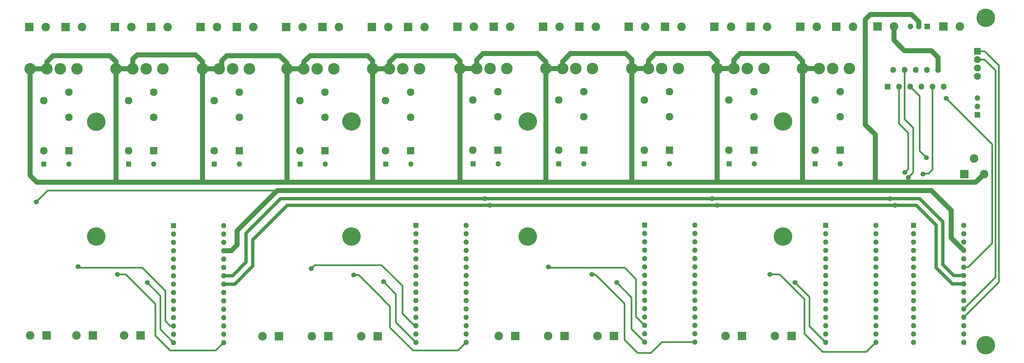
<source format=gbr>
%TF.GenerationSoftware,KiCad,Pcbnew,(6.0.4)*%
%TF.CreationDate,2023-03-07T14:55:24-05:00*%
%TF.ProjectId,Pyrolysis,5079726f-6c79-4736-9973-2e6b69636164,rev?*%
%TF.SameCoordinates,Original*%
%TF.FileFunction,Copper,L1,Top*%
%TF.FilePolarity,Positive*%
%FSLAX46Y46*%
G04 Gerber Fmt 4.6, Leading zero omitted, Abs format (unit mm)*
G04 Created by KiCad (PCBNEW (6.0.4)) date 2023-03-07 14:55:24*
%MOMM*%
%LPD*%
G01*
G04 APERTURE LIST*
%TA.AperFunction,ComponentPad*%
%ADD10R,2.600000X2.600000*%
%TD*%
%TA.AperFunction,ComponentPad*%
%ADD11C,2.600000*%
%TD*%
%TA.AperFunction,ComponentPad*%
%ADD12C,3.500000*%
%TD*%
%TA.AperFunction,ComponentPad*%
%ADD13C,5.600000*%
%TD*%
%TA.AperFunction,ComponentPad*%
%ADD14R,1.600000X1.600000*%
%TD*%
%TA.AperFunction,ComponentPad*%
%ADD15O,1.600000X1.600000*%
%TD*%
%TA.AperFunction,ComponentPad*%
%ADD16R,1.700000X1.700000*%
%TD*%
%TA.AperFunction,ComponentPad*%
%ADD17O,1.700000X1.700000*%
%TD*%
%TA.AperFunction,ComponentPad*%
%ADD18R,2.300000X2.300000*%
%TD*%
%TA.AperFunction,ComponentPad*%
%ADD19C,2.300000*%
%TD*%
%TA.AperFunction,ComponentPad*%
%ADD20R,2.100000X2.100000*%
%TD*%
%TA.AperFunction,ComponentPad*%
%ADD21C,2.100000*%
%TD*%
%TA.AperFunction,ComponentPad*%
%ADD22R,1.800000X1.800000*%
%TD*%
%TA.AperFunction,ComponentPad*%
%ADD23O,1.800000X1.800000*%
%TD*%
%TA.AperFunction,ViaPad*%
%ADD24C,1.500000*%
%TD*%
%TA.AperFunction,Conductor*%
%ADD25C,0.500000*%
%TD*%
%TA.AperFunction,Conductor*%
%ADD26C,1.500000*%
%TD*%
%TA.AperFunction,Conductor*%
%ADD27C,1.000000*%
%TD*%
G04 APERTURE END LIST*
D10*
%TO.P,J29,1*%
%TO.N,Net-(FB16-Pad2)*%
X364200000Y-277727500D03*
D11*
%TO.P,J29,2*%
%TO.N,Net-(FB15-Pad2)*%
X359200000Y-277727500D03*
%TD*%
D12*
%TO.P,F7,1*%
%TO.N,Net-(D7-Pad1)*%
X361700000Y-196405000D03*
X356620000Y-196405000D03*
%TO.P,F7,2*%
%TO.N,+12V*%
X352560000Y-196405000D03*
X347480000Y-196405000D03*
%TD*%
D13*
%TO.P,,1*%
%TO.N,N/C*%
X445500000Y-212500000D03*
%TD*%
%TO.P,,1*%
%TO.N,N/C*%
X368000000Y-212500000D03*
%TD*%
D10*
%TO.P,J47,1*%
%TO.N,Net-(J47-Pad1)*%
X424700000Y-183710000D03*
D11*
%TO.P,J47,2*%
%TO.N,Net-(J47-Pad2)*%
X429700000Y-183710000D03*
%TD*%
D10*
%TO.P,J28,1*%
%TO.N,Net-(J28-Pad1)*%
X305700000Y-183805000D03*
D11*
%TO.P,J28,2*%
%TO.N,GND*%
X310700000Y-183805000D03*
%TD*%
D14*
%TO.P,A5,1,D1/TX*%
%TO.N,unconnected-(A5-Pad1)*%
X403500000Y-244000000D03*
D15*
%TO.P,A5,2,D0/RX*%
%TO.N,unconnected-(A5-Pad2)*%
X403500000Y-246540000D03*
%TO.P,A5,3,~{RESET}*%
%TO.N,unconnected-(A5-Pad3)*%
X403500000Y-249080000D03*
%TO.P,A5,4,GND*%
%TO.N,GND*%
X403500000Y-251620000D03*
%TO.P,A5,5,D2*%
%TO.N,unconnected-(A5-Pad5)*%
X403500000Y-254160000D03*
%TO.P,A5,6,D3*%
%TO.N,unconnected-(A5-Pad6)*%
X403500000Y-256700000D03*
%TO.P,A5,7,D4*%
%TO.N,unconnected-(A5-Pad7)*%
X403500000Y-259240000D03*
%TO.P,A5,8,D5*%
%TO.N,/PWM7*%
X403500000Y-261780000D03*
%TO.P,A5,9,D6*%
%TO.N,/PWM8*%
X403500000Y-264320000D03*
%TO.P,A5,10,D7*%
%TO.N,/PWM9*%
X403500000Y-266860000D03*
%TO.P,A5,11,D8*%
%TO.N,unconnected-(A5-Pad11)*%
X403500000Y-269400000D03*
%TO.P,A5,12,D9*%
%TO.N,/SS7*%
X403500000Y-271940000D03*
%TO.P,A5,13,D10*%
%TO.N,/SS8*%
X403500000Y-274480000D03*
%TO.P,A5,14,D11*%
%TO.N,/SS9*%
X403500000Y-277020000D03*
%TO.P,A5,15,D12*%
%TO.N,/DATA3*%
X403500000Y-279560000D03*
%TO.P,A5,16,D13*%
%TO.N,/CLK3*%
X418740000Y-279560000D03*
%TO.P,A5,17,3V3*%
%TO.N,unconnected-(A5-Pad17)*%
X418740000Y-277020000D03*
%TO.P,A5,18,AREF*%
%TO.N,unconnected-(A5-Pad18)*%
X418740000Y-274480000D03*
%TO.P,A5,19,A0*%
%TO.N,unconnected-(A5-Pad19)*%
X418740000Y-271940000D03*
%TO.P,A5,20,A1*%
%TO.N,unconnected-(A5-Pad20)*%
X418740000Y-269400000D03*
%TO.P,A5,21,A2*%
%TO.N,unconnected-(A5-Pad21)*%
X418740000Y-266860000D03*
%TO.P,A5,22,A3*%
%TO.N,unconnected-(A5-Pad22)*%
X418740000Y-264320000D03*
%TO.P,A5,23,A4*%
%TO.N,/I2C_DAT*%
X418740000Y-261780000D03*
%TO.P,A5,24,A5*%
%TO.N,/I2C_CLK*%
X418740000Y-259240000D03*
%TO.P,A5,25,A6*%
%TO.N,unconnected-(A5-Pad25)*%
X418740000Y-256700000D03*
%TO.P,A5,26,A7*%
%TO.N,unconnected-(A5-Pad26)*%
X418740000Y-254160000D03*
%TO.P,A5,27,+5V*%
%TO.N,+5V*%
X418740000Y-251620000D03*
%TO.P,A5,28,~{RESET}*%
%TO.N,unconnected-(A5-Pad28)*%
X418740000Y-249080000D03*
%TO.P,A5,29,GND*%
%TO.N,GND*%
X418740000Y-246540000D03*
%TO.P,A5,30,VIN*%
%TO.N,+12V*%
X418740000Y-244000000D03*
%TD*%
D10*
%TO.P,J26,1*%
%TO.N,GND*%
X500500000Y-228500000D03*
D11*
%TO.P,J26,2*%
%TO.N,+12V*%
X506500000Y-228500000D03*
%TO.P,J26,3*%
%TO.N,N/C*%
X503500000Y-223800000D03*
%TD*%
D10*
%TO.P,J33,1*%
%TO.N,Net-(J33-Pad1)*%
X331700000Y-183805000D03*
D11*
%TO.P,J33,2*%
%TO.N,GND*%
X336700000Y-183805000D03*
%TD*%
D10*
%TO.P,J4,1*%
%TO.N,Net-(J4-Pad1)*%
X450700000Y-183710000D03*
D11*
%TO.P,J4,2*%
%TO.N,Net-(J4-Pad2)*%
X455700000Y-183710000D03*
%TD*%
D14*
%TO.P,D8,1,K*%
%TO.N,Net-(D8-Pad1)*%
X377390000Y-225405000D03*
D15*
%TO.P,D8,2,A*%
%TO.N,Net-(D8-Pad2)*%
X385010000Y-225405000D03*
%TD*%
D13*
%TO.P,H4,1*%
%TO.N,N/C*%
X507000000Y-181000000D03*
%TD*%
D10*
%TO.P,J41,1*%
%TO.N,Net-(FB18-Pad2)*%
X379200000Y-277727500D03*
D11*
%TO.P,J41,2*%
%TO.N,Net-(FB17-Pad2)*%
X374200000Y-277727500D03*
%TD*%
D10*
%TO.P,J7,1*%
%TO.N,Net-(J7-Pad1)*%
X461700000Y-183710000D03*
D11*
%TO.P,J7,2*%
%TO.N,GND*%
X466700000Y-183710000D03*
%TD*%
D14*
%TO.P,A3,1,D1/TX*%
%TO.N,unconnected-(A3-Pad1)*%
X485090000Y-244105000D03*
D15*
%TO.P,A3,2,D0/RX*%
%TO.N,unconnected-(A3-Pad2)*%
X485090000Y-246645000D03*
%TO.P,A3,3,~{RESET}*%
%TO.N,unconnected-(A3-Pad3)*%
X485090000Y-249185000D03*
%TO.P,A3,4,GND*%
%TO.N,GND*%
X485090000Y-251725000D03*
%TO.P,A3,5,D2*%
%TO.N,unconnected-(A3-Pad5)*%
X485090000Y-254265000D03*
%TO.P,A3,6,D3*%
%TO.N,unconnected-(A3-Pad6)*%
X485090000Y-256805000D03*
%TO.P,A3,7,D4*%
%TO.N,unconnected-(A3-Pad7)*%
X485090000Y-259345000D03*
%TO.P,A3,8,D5*%
%TO.N,/THRM1*%
X485090000Y-261885000D03*
%TO.P,A3,9,D6*%
%TO.N,/BR1*%
X485090000Y-264425000D03*
%TO.P,A3,10,D7*%
%TO.N,/DIR1*%
X485090000Y-266965000D03*
%TO.P,A3,11,D8*%
%TO.N,unconnected-(A3-Pad11)*%
X485090000Y-269505000D03*
%TO.P,A3,12,D9*%
%TO.N,/MC1*%
X485090000Y-272045000D03*
%TO.P,A3,13,D10*%
%TO.N,unconnected-(A3-Pad13)*%
X485090000Y-274585000D03*
%TO.P,A3,14,D11*%
%TO.N,unconnected-(A3-Pad14)*%
X485090000Y-277125000D03*
%TO.P,A3,15,D12*%
%TO.N,unconnected-(A3-Pad15)*%
X485090000Y-279665000D03*
%TO.P,A3,16,D13*%
%TO.N,unconnected-(A3-Pad16)*%
X500330000Y-279665000D03*
%TO.P,A3,17,3V3*%
%TO.N,/3V3*%
X500330000Y-277125000D03*
%TO.P,A3,18,AREF*%
%TO.N,unconnected-(A3-Pad18)*%
X500330000Y-274585000D03*
%TO.P,A3,19,A0*%
%TO.N,/A1*%
X500330000Y-272045000D03*
%TO.P,A3,20,A1*%
%TO.N,/B1*%
X500330000Y-269505000D03*
%TO.P,A3,21,A2*%
%TO.N,unconnected-(A3-Pad21)*%
X500330000Y-266965000D03*
%TO.P,A3,22,A3*%
%TO.N,unconnected-(A3-Pad22)*%
X500330000Y-264425000D03*
%TO.P,A3,23,A4*%
%TO.N,/I2C_DAT*%
X500330000Y-261885000D03*
%TO.P,A3,24,A5*%
%TO.N,/I2C_CLK*%
X500330000Y-259345000D03*
%TO.P,A3,25,A6*%
%TO.N,/CSEN1*%
X500330000Y-256805000D03*
%TO.P,A3,26,A7*%
%TO.N,unconnected-(A3-Pad26)*%
X500330000Y-254265000D03*
%TO.P,A3,27,+5V*%
%TO.N,+5V*%
X500330000Y-251725000D03*
%TO.P,A3,28,~{RESET}*%
%TO.N,unconnected-(A3-Pad28)*%
X500330000Y-249185000D03*
%TO.P,A3,29,GND*%
%TO.N,GND*%
X500330000Y-246645000D03*
%TO.P,A3,30,VIN*%
%TO.N,+12V*%
X500330000Y-244105000D03*
%TD*%
D10*
%TO.P,J34,1*%
%TO.N,Net-(FB14-Pad2)*%
X322468315Y-277766676D03*
D11*
%TO.P,J34,2*%
%TO.N,Net-(FB13-Pad2)*%
X317468315Y-277766676D03*
%TD*%
D16*
%TO.P,J8,1,Pin_1*%
%TO.N,/CUST1*%
X489240000Y-183660000D03*
D17*
%TO.P,J8,2,Pin_2*%
%TO.N,+12V*%
X486700000Y-183660000D03*
%TO.P,J8,3,Pin_3*%
%TO.N,Net-(C5-Pad1)*%
X484160000Y-183660000D03*
%TD*%
D14*
%TO.P,D4,1,K*%
%TO.N,Net-(D4-Pad1)*%
X272890000Y-225500000D03*
D15*
%TO.P,D4,2,A*%
%TO.N,Net-(D4-Pad2)*%
X280510000Y-225500000D03*
%TD*%
D10*
%TO.P,J6,1*%
%TO.N,Net-(J6-Pad1)*%
X227700000Y-183805000D03*
D11*
%TO.P,J6,2*%
%TO.N,GND*%
X232700000Y-183805000D03*
%TD*%
D13*
%TO.P,,1*%
%TO.N,N/C*%
X445500000Y-247500000D03*
%TD*%
%TO.P,H3,1*%
%TO.N,N/C*%
X237000000Y-247500000D03*
%TD*%
D10*
%TO.P,J45,1*%
%TO.N,Net-(FB20-Pad2)*%
X394200000Y-277727500D03*
D11*
%TO.P,J45,2*%
%TO.N,Net-(FB19-Pad2)*%
X389200000Y-277727500D03*
%TD*%
D18*
%TO.P,K9,1*%
%TO.N,Net-(D9-Pad2)*%
X411000000Y-221280000D03*
D19*
%TO.P,K9,2*%
%TO.N,Net-(J44-Pad1)*%
X411000000Y-211120000D03*
%TO.P,K9,3*%
%TO.N,Net-(J43-Pad2)*%
X411000000Y-203500000D03*
%TO.P,K9,4*%
%TO.N,Net-(J43-Pad1)*%
X403380000Y-206040000D03*
%TO.P,K9,5*%
%TO.N,Net-(D9-Pad1)*%
X403380000Y-221280000D03*
%TD*%
D16*
%TO.P,J13,1,Pin_1*%
%TO.N,/I2C_DAT*%
X504500000Y-210525000D03*
D17*
%TO.P,J13,2,Pin_2*%
%TO.N,/I2C_CLK*%
X504500000Y-207985000D03*
%TO.P,J13,3,Pin_3*%
%TO.N,GND*%
X504500000Y-205445000D03*
%TD*%
D14*
%TO.P,A4,1,D1/TX*%
%TO.N,unconnected-(A4-Pad1)*%
X334108315Y-244105000D03*
D15*
%TO.P,A4,2,D0/RX*%
%TO.N,unconnected-(A4-Pad2)*%
X334108315Y-246645000D03*
%TO.P,A4,3,~{RESET}*%
%TO.N,unconnected-(A4-Pad3)*%
X334108315Y-249185000D03*
%TO.P,A4,4,GND*%
%TO.N,GND*%
X334108315Y-251725000D03*
%TO.P,A4,5,D2*%
%TO.N,unconnected-(A4-Pad5)*%
X334108315Y-254265000D03*
%TO.P,A4,6,D3*%
%TO.N,unconnected-(A4-Pad6)*%
X334108315Y-256805000D03*
%TO.P,A4,7,D4*%
%TO.N,unconnected-(A4-Pad7)*%
X334108315Y-259345000D03*
%TO.P,A4,8,D5*%
%TO.N,/PWM4*%
X334108315Y-261885000D03*
%TO.P,A4,9,D6*%
%TO.N,/PWM5*%
X334108315Y-264425000D03*
%TO.P,A4,10,D7*%
%TO.N,/PWM6*%
X334108315Y-266965000D03*
%TO.P,A4,11,D8*%
%TO.N,unconnected-(A4-Pad11)*%
X334108315Y-269505000D03*
%TO.P,A4,12,D9*%
%TO.N,/SS4*%
X334108315Y-272045000D03*
%TO.P,A4,13,D10*%
%TO.N,/SS5*%
X334108315Y-274585000D03*
%TO.P,A4,14,D11*%
%TO.N,/SS6*%
X334108315Y-277125000D03*
%TO.P,A4,15,D12*%
%TO.N,/DATA2*%
X334108315Y-279665000D03*
%TO.P,A4,16,D13*%
%TO.N,/CLK2*%
X349348315Y-279665000D03*
%TO.P,A4,17,3V3*%
%TO.N,unconnected-(A4-Pad17)*%
X349348315Y-277125000D03*
%TO.P,A4,18,AREF*%
%TO.N,unconnected-(A4-Pad18)*%
X349348315Y-274585000D03*
%TO.P,A4,19,A0*%
%TO.N,unconnected-(A4-Pad19)*%
X349348315Y-272045000D03*
%TO.P,A4,20,A1*%
%TO.N,unconnected-(A4-Pad20)*%
X349348315Y-269505000D03*
%TO.P,A4,21,A2*%
%TO.N,unconnected-(A4-Pad21)*%
X349348315Y-266965000D03*
%TO.P,A4,22,A3*%
%TO.N,unconnected-(A4-Pad22)*%
X349348315Y-264425000D03*
%TO.P,A4,23,A4*%
%TO.N,/I2C_DAT*%
X349348315Y-261885000D03*
%TO.P,A4,24,A5*%
%TO.N,/I2C_CLK*%
X349348315Y-259345000D03*
%TO.P,A4,25,A6*%
%TO.N,unconnected-(A4-Pad25)*%
X349348315Y-256805000D03*
%TO.P,A4,26,A7*%
%TO.N,unconnected-(A4-Pad26)*%
X349348315Y-254265000D03*
%TO.P,A4,27,+5V*%
%TO.N,+5V*%
X349348315Y-251725000D03*
%TO.P,A4,28,~{RESET}*%
%TO.N,unconnected-(A4-Pad28)*%
X349348315Y-249185000D03*
%TO.P,A4,29,GND*%
%TO.N,GND*%
X349348315Y-246645000D03*
%TO.P,A4,30,VIN*%
%TO.N,+12V*%
X349348315Y-244105000D03*
%TD*%
D10*
%TO.P,J48,1*%
%TO.N,Net-(J48-Pad1)*%
X435700000Y-183710000D03*
D11*
%TO.P,J48,2*%
%TO.N,GND*%
X440700000Y-183710000D03*
%TD*%
D20*
%TO.P,J10,1,Pin_1*%
%TO.N,/A1*%
X504500000Y-191185000D03*
D21*
%TO.P,J10,2,Pin_2*%
%TO.N,/B1*%
X504500000Y-193725000D03*
%TO.P,J10,3,Pin_3*%
%TO.N,+5V*%
X504500000Y-196265000D03*
%TO.P,J10,4,Pin_4*%
%TO.N,GND*%
X504500000Y-198805000D03*
%TD*%
D18*
%TO.P,K2,1*%
%TO.N,Net-(D2-Pad2)*%
X462825000Y-221280000D03*
D19*
%TO.P,K2,2*%
%TO.N,Net-(J7-Pad1)*%
X462825000Y-211120000D03*
%TO.P,K2,3*%
%TO.N,Net-(J4-Pad2)*%
X462825000Y-203500000D03*
%TO.P,K2,4*%
%TO.N,Net-(J4-Pad1)*%
X455205000Y-206040000D03*
%TO.P,K2,5*%
%TO.N,Net-(D2-Pad1)*%
X455205000Y-221280000D03*
%TD*%
D14*
%TO.P,D9,1,K*%
%TO.N,Net-(D9-Pad1)*%
X403390000Y-225405000D03*
D15*
%TO.P,D9,2,A*%
%TO.N,Net-(D9-Pad2)*%
X411010000Y-225405000D03*
%TD*%
D12*
%TO.P,F6,1*%
%TO.N,Net-(D6-Pad1)*%
X335200000Y-196500000D03*
X330120000Y-196500000D03*
%TO.P,F6,2*%
%TO.N,+12V*%
X320980000Y-196500000D03*
X326060000Y-196500000D03*
%TD*%
D10*
%TO.P,J37,1*%
%TO.N,Net-(J37-Pad1)*%
X357700000Y-183710000D03*
D11*
%TO.P,J37,2*%
%TO.N,GND*%
X362700000Y-183710000D03*
%TD*%
D14*
%TO.P,D10,1,K*%
%TO.N,Net-(D10-Pad1)*%
X429140000Y-225405000D03*
D15*
%TO.P,D10,2,A*%
%TO.N,Net-(D10-Pad2)*%
X436760000Y-225405000D03*
%TD*%
D10*
%TO.P,J17,1*%
%TO.N,Net-(FB8-Pad2)*%
X250500000Y-277572500D03*
D11*
%TO.P,J17,2*%
%TO.N,Net-(FB7-Pad2)*%
X245500000Y-277572500D03*
%TD*%
D13*
%TO.P,,1*%
%TO.N,N/C*%
X314500000Y-212500000D03*
%TD*%
D22*
%TO.P,U24,1,BOOTSTRAP1*%
%TO.N,Net-(C6-Pad2)*%
X477270000Y-201915000D03*
D23*
%TO.P,U24,2,OUTPUT1*%
%TO.N,Net-(C6-Pad1)*%
X478970000Y-196835000D03*
%TO.P,U24,3,DIRECTION*%
%TO.N,/DIR1*%
X480670000Y-201915000D03*
%TO.P,U24,4,BRAKE*%
%TO.N,/BR1*%
X482370000Y-196835000D03*
%TO.P,U24,5,PWM*%
%TO.N,/MC1*%
X484070000Y-201915000D03*
%TO.P,U24,6,VS*%
%TO.N,Net-(C5-Pad1)*%
X485770000Y-196835000D03*
%TO.P,U24,7,GND*%
%TO.N,GND*%
X487470000Y-201915000D03*
%TO.P,U24,8,CURRENT_SENSE_OUTPUT*%
%TO.N,/CSEN1*%
X489170000Y-196835000D03*
%TO.P,U24,9,~{THERMAL_FLAG_OUTPUT}*%
%TO.N,/THRM1*%
X490870000Y-201915000D03*
%TO.P,U24,10,OUTPUT2*%
%TO.N,Net-(C7-Pad2)*%
X492570000Y-196835000D03*
%TO.P,U24,11,BOOTSTRAP2*%
%TO.N,Net-(C7-Pad1)*%
X494270000Y-201915000D03*
%TD*%
D10*
%TO.P,J22,1*%
%TO.N,Net-(J22-Pad1)*%
X279700000Y-183805000D03*
D11*
%TO.P,J22,2*%
%TO.N,GND*%
X284700000Y-183805000D03*
%TD*%
D13*
%TO.P,,1*%
%TO.N,N/C*%
X507000000Y-280500000D03*
%TD*%
D10*
%TO.P,J39,1*%
%TO.N,Net-(J39-Pad1)*%
X372700000Y-183710000D03*
D11*
%TO.P,J39,2*%
%TO.N,Net-(J39-Pad2)*%
X377700000Y-183710000D03*
%TD*%
D10*
%TO.P,J1,1*%
%TO.N,Net-(FB2-Pad2)*%
X222000000Y-277572500D03*
D11*
%TO.P,J1,2*%
%TO.N,Net-(FB1-Pad2)*%
X217000000Y-277572500D03*
%TD*%
D14*
%TO.P,D6,1,K*%
%TO.N,Net-(D6-Pad1)*%
X324890000Y-225500000D03*
D15*
%TO.P,D6,2,A*%
%TO.N,Net-(D6-Pad2)*%
X332510000Y-225500000D03*
%TD*%
D14*
%TO.P,D2,1,K*%
%TO.N,Net-(D2-Pad1)*%
X455190000Y-225405000D03*
D15*
%TO.P,D2,2,A*%
%TO.N,Net-(D2-Pad2)*%
X462810000Y-225405000D03*
%TD*%
D18*
%TO.P,K1,1*%
%TO.N,Net-(D1-Pad2)*%
X228750000Y-221375000D03*
D19*
%TO.P,K1,2*%
%TO.N,Net-(J6-Pad1)*%
X228750000Y-211215000D03*
%TO.P,K1,3*%
%TO.N,Net-(J5-Pad2)*%
X228750000Y-203595000D03*
%TO.P,K1,4*%
%TO.N,Net-(J5-Pad1)*%
X221130000Y-206135000D03*
%TO.P,K1,5*%
%TO.N,Net-(D1-Pad1)*%
X221130000Y-221375000D03*
%TD*%
D10*
%TO.P,J44,1*%
%TO.N,Net-(J44-Pad1)*%
X409700000Y-183710000D03*
D11*
%TO.P,J44,2*%
%TO.N,GND*%
X414700000Y-183710000D03*
%TD*%
D18*
%TO.P,K3,1*%
%TO.N,Net-(D3-Pad2)*%
X254500000Y-221375000D03*
D19*
%TO.P,K3,2*%
%TO.N,Net-(J16-Pad1)*%
X254500000Y-211215000D03*
%TO.P,K3,3*%
%TO.N,Net-(J15-Pad2)*%
X254500000Y-203595000D03*
%TO.P,K3,4*%
%TO.N,Net-(J15-Pad1)*%
X246880000Y-206135000D03*
%TO.P,K3,5*%
%TO.N,Net-(D3-Pad1)*%
X246880000Y-221375000D03*
%TD*%
D10*
%TO.P,J27,1*%
%TO.N,Net-(J27-Pad1)*%
X294700000Y-183805000D03*
D11*
%TO.P,J27,2*%
%TO.N,Net-(J27-Pad2)*%
X299700000Y-183805000D03*
%TD*%
D10*
%TO.P,J9,1*%
%TO.N,Net-(FB6-Pad2)*%
X236000000Y-277572500D03*
D11*
%TO.P,J9,2*%
%TO.N,Net-(FB5-Pad2)*%
X231000000Y-277572500D03*
%TD*%
D18*
%TO.P,K4,1*%
%TO.N,Net-(D4-Pad2)*%
X280500000Y-221375000D03*
D19*
%TO.P,K4,2*%
%TO.N,Net-(J22-Pad1)*%
X280500000Y-211215000D03*
%TO.P,K4,3*%
%TO.N,Net-(J21-Pad2)*%
X280500000Y-203595000D03*
%TO.P,K4,4*%
%TO.N,Net-(J21-Pad1)*%
X272880000Y-206135000D03*
%TO.P,K4,5*%
%TO.N,Net-(D4-Pad1)*%
X272880000Y-221375000D03*
%TD*%
D13*
%TO.P,,1*%
%TO.N,N/C*%
X368000000Y-247500000D03*
%TD*%
D10*
%TO.P,J43,1*%
%TO.N,Net-(J43-Pad1)*%
X398700000Y-183710000D03*
D11*
%TO.P,J43,2*%
%TO.N,Net-(J43-Pad2)*%
X403700000Y-183710000D03*
%TD*%
D14*
%TO.P,A2,1,D1/TX*%
%TO.N,unconnected-(A2-Pad1)*%
X260500000Y-244155000D03*
D15*
%TO.P,A2,2,D0/RX*%
%TO.N,unconnected-(A2-Pad2)*%
X260500000Y-246695000D03*
%TO.P,A2,3,~{RESET}*%
%TO.N,unconnected-(A2-Pad3)*%
X260500000Y-249235000D03*
%TO.P,A2,4,GND*%
%TO.N,GND*%
X260500000Y-251775000D03*
%TO.P,A2,5,D2*%
%TO.N,unconnected-(A2-Pad5)*%
X260500000Y-254315000D03*
%TO.P,A2,6,D3*%
%TO.N,unconnected-(A2-Pad6)*%
X260500000Y-256855000D03*
%TO.P,A2,7,D4*%
%TO.N,unconnected-(A2-Pad7)*%
X260500000Y-259395000D03*
%TO.P,A2,8,D5*%
%TO.N,/PWM1*%
X260500000Y-261935000D03*
%TO.P,A2,9,D6*%
%TO.N,/PWM2*%
X260500000Y-264475000D03*
%TO.P,A2,10,D7*%
%TO.N,/PWM3*%
X260500000Y-267015000D03*
%TO.P,A2,11,D8*%
%TO.N,unconnected-(A2-Pad11)*%
X260500000Y-269555000D03*
%TO.P,A2,12,D9*%
%TO.N,/SS1*%
X260500000Y-272095000D03*
%TO.P,A2,13,D10*%
%TO.N,/SS2*%
X260500000Y-274635000D03*
%TO.P,A2,14,D11*%
%TO.N,/SS3*%
X260500000Y-277175000D03*
%TO.P,A2,15,D12*%
%TO.N,/DATA1*%
X260500000Y-279715000D03*
%TO.P,A2,16,D13*%
%TO.N,/CLK1*%
X275740000Y-279715000D03*
%TO.P,A2,17,3V3*%
%TO.N,unconnected-(A2-Pad17)*%
X275740000Y-277175000D03*
%TO.P,A2,18,AREF*%
%TO.N,unconnected-(A2-Pad18)*%
X275740000Y-274635000D03*
%TO.P,A2,19,A0*%
%TO.N,unconnected-(A2-Pad19)*%
X275740000Y-272095000D03*
%TO.P,A2,20,A1*%
%TO.N,unconnected-(A2-Pad20)*%
X275740000Y-269555000D03*
%TO.P,A2,21,A2*%
%TO.N,unconnected-(A2-Pad21)*%
X275740000Y-267015000D03*
%TO.P,A2,22,A3*%
%TO.N,unconnected-(A2-Pad22)*%
X275740000Y-264475000D03*
%TO.P,A2,23,A4*%
%TO.N,/I2C_DAT*%
X275740000Y-261935000D03*
%TO.P,A2,24,A5*%
%TO.N,/I2C_CLK*%
X275740000Y-259395000D03*
%TO.P,A2,25,A6*%
%TO.N,unconnected-(A2-Pad25)*%
X275740000Y-256855000D03*
%TO.P,A2,26,A7*%
%TO.N,unconnected-(A2-Pad26)*%
X275740000Y-254315000D03*
%TO.P,A2,27,+5V*%
%TO.N,+5V*%
X275740000Y-251775000D03*
%TO.P,A2,28,~{RESET}*%
%TO.N,unconnected-(A2-Pad28)*%
X275740000Y-249235000D03*
%TO.P,A2,29,GND*%
%TO.N,GND*%
X275740000Y-246695000D03*
%TO.P,A2,30,VIN*%
%TO.N,+12V*%
X275740000Y-244155000D03*
%TD*%
D14*
%TO.P,D7,1,K*%
%TO.N,Net-(D7-Pad1)*%
X351390000Y-225405000D03*
D15*
%TO.P,D7,2,A*%
%TO.N,Net-(D7-Pad2)*%
X359010000Y-225405000D03*
%TD*%
D18*
%TO.P,K5,1*%
%TO.N,Net-(D5-Pad2)*%
X306500000Y-221375000D03*
D19*
%TO.P,K5,2*%
%TO.N,Net-(J28-Pad1)*%
X306500000Y-211215000D03*
%TO.P,K5,3*%
%TO.N,Net-(J27-Pad2)*%
X306500000Y-203595000D03*
%TO.P,K5,4*%
%TO.N,Net-(J27-Pad1)*%
X298880000Y-206135000D03*
%TO.P,K5,5*%
%TO.N,Net-(D5-Pad1)*%
X298880000Y-221375000D03*
%TD*%
D10*
%TO.P,J15,1*%
%TO.N,Net-(J15-Pad1)*%
X242700000Y-183805000D03*
D11*
%TO.P,J15,2*%
%TO.N,Net-(J15-Pad2)*%
X247700000Y-183805000D03*
%TD*%
D10*
%TO.P,J5,1*%
%TO.N,Net-(J5-Pad1)*%
X216700000Y-183805000D03*
D11*
%TO.P,J5,2*%
%TO.N,Net-(J5-Pad2)*%
X221700000Y-183805000D03*
%TD*%
D18*
%TO.P,K8,1*%
%TO.N,Net-(D8-Pad2)*%
X385000000Y-221280000D03*
D19*
%TO.P,K8,2*%
%TO.N,Net-(J40-Pad1)*%
X385000000Y-211120000D03*
%TO.P,K8,3*%
%TO.N,Net-(J39-Pad2)*%
X385000000Y-203500000D03*
%TO.P,K8,4*%
%TO.N,Net-(J39-Pad1)*%
X377380000Y-206040000D03*
%TO.P,K8,5*%
%TO.N,Net-(D8-Pad1)*%
X377380000Y-221280000D03*
%TD*%
D10*
%TO.P,J12,1*%
%TO.N,Net-(C6-Pad1)*%
X474200000Y-183655000D03*
D11*
%TO.P,J12,2*%
%TO.N,Net-(C7-Pad2)*%
X479200000Y-183655000D03*
%TD*%
D12*
%TO.P,F3,1*%
%TO.N,Net-(D3-Pad1)*%
X257250000Y-196550000D03*
X252170000Y-196550000D03*
%TO.P,F3,2*%
%TO.N,+12V*%
X248110000Y-196550000D03*
X243030000Y-196550000D03*
%TD*%
D10*
%TO.P,J21,1*%
%TO.N,Net-(J21-Pad1)*%
X268700000Y-183805000D03*
D11*
%TO.P,J21,2*%
%TO.N,Net-(J21-Pad2)*%
X273700000Y-183805000D03*
%TD*%
D10*
%TO.P,J40,1*%
%TO.N,Net-(J40-Pad1)*%
X383700000Y-183710000D03*
D11*
%TO.P,J40,2*%
%TO.N,GND*%
X388700000Y-183710000D03*
%TD*%
D14*
%TO.P,D1,1,K*%
%TO.N,Net-(D1-Pad1)*%
X221140000Y-225500000D03*
D15*
%TO.P,D1,2,A*%
%TO.N,Net-(D1-Pad2)*%
X228760000Y-225500000D03*
%TD*%
D10*
%TO.P,J11,1*%
%TO.N,/CUST1*%
X494200000Y-183660000D03*
D11*
%TO.P,J11,2*%
%TO.N,GND*%
X499200000Y-183660000D03*
%TD*%
D12*
%TO.P,F5,1*%
%TO.N,Net-(D5-Pad1)*%
X304120000Y-196500000D03*
X309200000Y-196500000D03*
%TO.P,F5,2*%
%TO.N,+12V*%
X294980000Y-196500000D03*
X300060000Y-196500000D03*
%TD*%
D10*
%TO.P,J2,1*%
%TO.N,Net-(FB4-Pad2)*%
X433075000Y-277727500D03*
D11*
%TO.P,J2,2*%
%TO.N,Net-(FB3-Pad2)*%
X428075000Y-277727500D03*
%TD*%
D10*
%TO.P,J3,1*%
%TO.N,Net-(FB22-Pad2)*%
X448075000Y-277727500D03*
D11*
%TO.P,J3,2*%
%TO.N,Net-(FB21-Pad2)*%
X443075000Y-277727500D03*
%TD*%
D10*
%TO.P,J16,1*%
%TO.N,Net-(J16-Pad1)*%
X253700000Y-183805000D03*
D11*
%TO.P,J16,2*%
%TO.N,GND*%
X258700000Y-183805000D03*
%TD*%
D12*
%TO.P,F4,1*%
%TO.N,Net-(D4-Pad1)*%
X283500000Y-196500000D03*
X278420000Y-196500000D03*
%TO.P,F4,2*%
%TO.N,+12V*%
X274360000Y-196500000D03*
X269280000Y-196500000D03*
%TD*%
%TO.P,F8,1*%
%TO.N,Net-(D8-Pad1)*%
X387700000Y-196405000D03*
X382620000Y-196405000D03*
%TO.P,F8,2*%
%TO.N,+12V*%
X373480000Y-196405000D03*
X378560000Y-196405000D03*
%TD*%
D14*
%TO.P,D5,1,K*%
%TO.N,Net-(D5-Pad1)*%
X298890000Y-225500000D03*
D15*
%TO.P,D5,2,A*%
%TO.N,Net-(D5-Pad2)*%
X306510000Y-225500000D03*
%TD*%
D10*
%TO.P,J36,1*%
%TO.N,Net-(J36-Pad1)*%
X346700000Y-183710000D03*
D11*
%TO.P,J36,2*%
%TO.N,Net-(J36-Pad2)*%
X351700000Y-183710000D03*
%TD*%
D14*
%TO.P,A1,1,D1/TX*%
%TO.N,unconnected-(A1-Pad1)*%
X458420000Y-244105000D03*
D15*
%TO.P,A1,2,D0/RX*%
%TO.N,unconnected-(A1-Pad2)*%
X458420000Y-246645000D03*
%TO.P,A1,3,~{RESET}*%
%TO.N,unconnected-(A1-Pad3)*%
X458420000Y-249185000D03*
%TO.P,A1,4,GND*%
%TO.N,GND*%
X458420000Y-251725000D03*
%TO.P,A1,5,D2*%
%TO.N,unconnected-(A1-Pad5)*%
X458420000Y-254265000D03*
%TO.P,A1,6,D3*%
%TO.N,unconnected-(A1-Pad6)*%
X458420000Y-256805000D03*
%TO.P,A1,7,D4*%
%TO.N,unconnected-(A1-Pad7)*%
X458420000Y-259345000D03*
%TO.P,A1,8,D5*%
%TO.N,unconnected-(A1-Pad8)*%
X458420000Y-261885000D03*
%TO.P,A1,9,D6*%
%TO.N,unconnected-(A1-Pad9)*%
X458420000Y-264425000D03*
%TO.P,A1,10,D7*%
%TO.N,/PWM10*%
X458420000Y-266965000D03*
%TO.P,A1,11,D8*%
%TO.N,unconnected-(A1-Pad11)*%
X458420000Y-269505000D03*
%TO.P,A1,12,D9*%
%TO.N,unconnected-(A1-Pad12)*%
X458420000Y-272045000D03*
%TO.P,A1,13,D10*%
%TO.N,/SS10*%
X458420000Y-274585000D03*
%TO.P,A1,14,D11*%
%TO.N,/SS11*%
X458420000Y-277125000D03*
%TO.P,A1,15,D12*%
%TO.N,/DATA4*%
X458420000Y-279665000D03*
%TO.P,A1,16,D13*%
%TO.N,/CLK4*%
X473660000Y-279665000D03*
%TO.P,A1,17,3V3*%
%TO.N,unconnected-(A1-Pad17)*%
X473660000Y-277125000D03*
%TO.P,A1,18,AREF*%
%TO.N,unconnected-(A1-Pad18)*%
X473660000Y-274585000D03*
%TO.P,A1,19,A0*%
%TO.N,unconnected-(A1-Pad19)*%
X473660000Y-272045000D03*
%TO.P,A1,20,A1*%
%TO.N,unconnected-(A1-Pad20)*%
X473660000Y-269505000D03*
%TO.P,A1,21,A2*%
%TO.N,unconnected-(A1-Pad21)*%
X473660000Y-266965000D03*
%TO.P,A1,22,A3*%
%TO.N,unconnected-(A1-Pad22)*%
X473660000Y-264425000D03*
%TO.P,A1,23,A4*%
%TO.N,/I2C_DAT*%
X473660000Y-261885000D03*
%TO.P,A1,24,A5*%
%TO.N,/I2C_CLK*%
X473660000Y-259345000D03*
%TO.P,A1,25,A6*%
%TO.N,unconnected-(A1-Pad25)*%
X473660000Y-256805000D03*
%TO.P,A1,26,A7*%
%TO.N,unconnected-(A1-Pad26)*%
X473660000Y-254265000D03*
%TO.P,A1,27,+5V*%
%TO.N,+5V*%
X473660000Y-251725000D03*
%TO.P,A1,28,~{RESET}*%
%TO.N,unconnected-(A1-Pad28)*%
X473660000Y-249185000D03*
%TO.P,A1,29,GND*%
%TO.N,GND*%
X473660000Y-246645000D03*
%TO.P,A1,30,VIN*%
%TO.N,+12V*%
X473660000Y-244105000D03*
%TD*%
D10*
%TO.P,J32,1*%
%TO.N,Net-(J32-Pad1)*%
X320700000Y-183805000D03*
D11*
%TO.P,J32,2*%
%TO.N,Net-(J32-Pad2)*%
X325700000Y-183805000D03*
%TD*%
D12*
%TO.P,F9,1*%
%TO.N,Net-(D9-Pad1)*%
X408700000Y-196405000D03*
X413780000Y-196405000D03*
%TO.P,F9,2*%
%TO.N,+12V*%
X404640000Y-196405000D03*
X399560000Y-196405000D03*
%TD*%
D18*
%TO.P,K10,1*%
%TO.N,Net-(D10-Pad2)*%
X436700000Y-221280000D03*
D19*
%TO.P,K10,2*%
%TO.N,Net-(J48-Pad1)*%
X436700000Y-211120000D03*
%TO.P,K10,3*%
%TO.N,Net-(J47-Pad2)*%
X436700000Y-203500000D03*
%TO.P,K10,4*%
%TO.N,Net-(J47-Pad1)*%
X429080000Y-206040000D03*
%TO.P,K10,5*%
%TO.N,Net-(D10-Pad1)*%
X429080000Y-221280000D03*
%TD*%
D18*
%TO.P,K7,1*%
%TO.N,Net-(D7-Pad2)*%
X359000000Y-221280000D03*
D19*
%TO.P,K7,2*%
%TO.N,Net-(J37-Pad1)*%
X359000000Y-211120000D03*
%TO.P,K7,3*%
%TO.N,Net-(J36-Pad2)*%
X359000000Y-203500000D03*
%TO.P,K7,4*%
%TO.N,Net-(J36-Pad1)*%
X351380000Y-206040000D03*
%TO.P,K7,5*%
%TO.N,Net-(D7-Pad1)*%
X351380000Y-221280000D03*
%TD*%
D10*
%TO.P,J23,1*%
%TO.N,Net-(FB10-Pad2)*%
X292468315Y-277766676D03*
D11*
%TO.P,J23,2*%
%TO.N,Net-(FB9-Pad2)*%
X287468315Y-277766676D03*
%TD*%
D12*
%TO.P,F1,1*%
%TO.N,Net-(D1-Pad1)*%
X226120000Y-196500000D03*
X231200000Y-196500000D03*
%TO.P,F1,2*%
%TO.N,+12V*%
X216980000Y-196500000D03*
X222060000Y-196500000D03*
%TD*%
%TO.P,F10,1*%
%TO.N,Net-(D10-Pad1)*%
X434620000Y-196405000D03*
X439700000Y-196405000D03*
%TO.P,F10,2*%
%TO.N,+12V*%
X430560000Y-196405000D03*
X425480000Y-196405000D03*
%TD*%
%TO.P,F2,1*%
%TO.N,Net-(D2-Pad1)*%
X460570000Y-196405000D03*
X465650000Y-196405000D03*
%TO.P,F2,2*%
%TO.N,+12V*%
X451430000Y-196405000D03*
X456510000Y-196405000D03*
%TD*%
D13*
%TO.P,,1*%
%TO.N,N/C*%
X314500000Y-247500000D03*
%TD*%
D18*
%TO.P,K6,1*%
%TO.N,Net-(D6-Pad2)*%
X332500000Y-221375000D03*
D19*
%TO.P,K6,2*%
%TO.N,Net-(J33-Pad1)*%
X332500000Y-211215000D03*
%TO.P,K6,3*%
%TO.N,Net-(J32-Pad2)*%
X332500000Y-203595000D03*
%TO.P,K6,4*%
%TO.N,Net-(J32-Pad1)*%
X324880000Y-206135000D03*
%TO.P,K6,5*%
%TO.N,Net-(D6-Pad1)*%
X324880000Y-221375000D03*
%TD*%
D13*
%TO.P,H1,1*%
%TO.N,N/C*%
X237000000Y-212595000D03*
%TD*%
D10*
%TO.P,J30,1*%
%TO.N,Net-(FB12-Pad2)*%
X307468315Y-277766676D03*
D11*
%TO.P,J30,2*%
%TO.N,Net-(FB11-Pad2)*%
X302468315Y-277766676D03*
%TD*%
D14*
%TO.P,D3,1,K*%
%TO.N,Net-(D3-Pad1)*%
X246890000Y-225500000D03*
D15*
%TO.P,D3,2,A*%
%TO.N,Net-(D3-Pad2)*%
X254510000Y-225500000D03*
%TD*%
D24*
%TO.N,/THRM1*%
X488000000Y-228500000D03*
%TO.N,/BR1*%
X483500000Y-229500000D03*
%TO.N,/DIR1*%
X482500000Y-228000000D03*
%TO.N,/MC1*%
X489000000Y-223500000D03*
%TO.N,/DATA3*%
X395000000Y-261500000D03*
%TO.N,/CLK3*%
X387500000Y-259000000D03*
%TO.N,/I2C_DAT*%
X479500000Y-238000000D03*
X425500000Y-238000000D03*
X356500000Y-238000000D03*
%TO.N,/I2C_CLK*%
X355000000Y-236000000D03*
X478000000Y-236000000D03*
X424000000Y-236000000D03*
%TO.N,/CSEN1*%
X495000000Y-205500000D03*
%TO.N,+5V*%
X493000000Y-236000000D03*
X353018315Y-233500000D03*
X476300000Y-233500000D03*
X427000000Y-233500000D03*
X422000000Y-233500000D03*
X218800000Y-237000000D03*
X358000000Y-233500000D03*
%TO.N,+12V*%
X349518315Y-231000000D03*
X420000000Y-231000000D03*
X473500000Y-231000000D03*
X275800000Y-231000000D03*
%TO.N,/SS2*%
X231500000Y-256600000D03*
%TO.N,/DATA1*%
X252500000Y-261500000D03*
%TO.N,/CLK1*%
X243500000Y-259000000D03*
%TO.N,/DATA4*%
X449170000Y-261500000D03*
%TO.N,/CLK4*%
X441500000Y-259000000D03*
%TO.N,/SS5*%
X302300000Y-257200000D03*
%TO.N,/DATA2*%
X324218315Y-261194176D03*
%TO.N,/CLK2*%
X315218315Y-259194176D03*
%TO.N,/SS8*%
X374300000Y-256700000D03*
%TD*%
D25*
%TO.N,+5V*%
X222300000Y-233500000D02*
X218800000Y-237000000D01*
X292200000Y-233500000D02*
X222300000Y-233500000D01*
D26*
X278025000Y-251775000D02*
X275740000Y-251775000D01*
X292018315Y-233500000D02*
X279800000Y-245718315D01*
X279800000Y-250000000D02*
X278025000Y-251775000D01*
X292200000Y-233500000D02*
X353018315Y-233500000D01*
X292200000Y-233500000D02*
X292018315Y-233500000D01*
X279800000Y-245718315D02*
X279800000Y-250000000D01*
X476300000Y-233500000D02*
X427000000Y-233500000D01*
X490500000Y-233500000D02*
X493000000Y-236000000D01*
X476300000Y-233500000D02*
X490500000Y-233500000D01*
D25*
%TO.N,/SS8*%
X400910000Y-271890000D02*
X403500000Y-274480000D01*
X400910000Y-260410000D02*
X400910000Y-271890000D01*
X374300000Y-256700000D02*
X374600000Y-257000000D01*
X374600000Y-257000000D02*
X397500000Y-257000000D01*
X397500000Y-257000000D02*
X400910000Y-260410000D01*
%TO.N,/SS5*%
X330000000Y-270936685D02*
X333648315Y-274585000D01*
X323694176Y-256194176D02*
X330000000Y-262500000D01*
X330000000Y-262500000D02*
X330000000Y-270936685D01*
X303305824Y-256194176D02*
X323694176Y-256194176D01*
X333648315Y-274585000D02*
X334108315Y-274585000D01*
X302300000Y-257200000D02*
X303305824Y-256194176D01*
%TO.N,/SS2*%
X258000000Y-264000000D02*
X258000000Y-273155000D01*
X258000000Y-273155000D02*
X259480000Y-274635000D01*
X251000000Y-257000000D02*
X258000000Y-264000000D01*
X231900000Y-257000000D02*
X251000000Y-257000000D01*
X231500000Y-256600000D02*
X231900000Y-257000000D01*
X259480000Y-274635000D02*
X260500000Y-274635000D01*
%TO.N,/THRM1*%
X488000000Y-228500000D02*
X488150489Y-228349511D01*
X490870000Y-227130000D02*
X490870000Y-201915000D01*
X489650489Y-228349511D02*
X490870000Y-227130000D01*
X488150489Y-228349511D02*
X489650489Y-228349511D01*
%TO.N,/BR1*%
X483500000Y-229500000D02*
X485000000Y-228000000D01*
X485000000Y-214500000D02*
X482370000Y-211870000D01*
X485000000Y-228000000D02*
X485000000Y-214500000D01*
X482370000Y-211870000D02*
X482370000Y-196835000D01*
%TO.N,/DIR1*%
X480670000Y-213159270D02*
X480670000Y-201915000D01*
X483500000Y-215989270D02*
X480670000Y-213159270D01*
X482500000Y-228000000D02*
X483500000Y-227000000D01*
X483500000Y-227000000D02*
X483500000Y-215989270D01*
%TO.N,/MC1*%
X487000000Y-204845000D02*
X484070000Y-201915000D01*
X487000000Y-221500000D02*
X487000000Y-204845000D01*
X489000000Y-223500000D02*
X487000000Y-221500000D01*
%TO.N,/DATA3*%
X395000000Y-261500000D02*
X399500000Y-266000000D01*
X399500000Y-275560000D02*
X403500000Y-279560000D01*
X399500000Y-266000000D02*
X399500000Y-275560000D01*
%TO.N,/CLK3*%
X418740000Y-279560000D02*
X408745000Y-279560000D01*
X397410000Y-278895000D02*
X397410000Y-267910000D01*
X401410000Y-282895000D02*
X397410000Y-278895000D01*
X405410000Y-282895000D02*
X401410000Y-282895000D01*
X408745000Y-279560000D02*
X405410000Y-282895000D01*
X397410000Y-267910000D02*
X388500000Y-259000000D01*
X388500000Y-259000000D02*
X387500000Y-259000000D01*
%TO.N,/A1*%
X511000000Y-195500000D02*
X506685000Y-191185000D01*
X506685000Y-191185000D02*
X504500000Y-191185000D01*
X500330000Y-272045000D02*
X511000000Y-261375000D01*
X511000000Y-261375000D02*
X511000000Y-195500000D01*
%TO.N,/B1*%
X504500000Y-193725000D02*
X506725000Y-193725000D01*
X506725000Y-193725000D02*
X510000000Y-197000000D01*
X510000000Y-259835000D02*
X500330000Y-269505000D01*
X510000000Y-197000000D02*
X510000000Y-259835000D01*
D27*
%TO.N,/I2C_DAT*%
X486000000Y-238000000D02*
X492000000Y-244000000D01*
X284518315Y-248500000D02*
X284518315Y-256500000D01*
X496885000Y-261885000D02*
X500330000Y-261885000D01*
X492000000Y-244000000D02*
X492000000Y-257000000D01*
X284518315Y-256500000D02*
X279083315Y-261935000D01*
X479500000Y-238000000D02*
X486000000Y-238000000D01*
X295018315Y-238000000D02*
X284518315Y-248500000D01*
X425500000Y-238000000D02*
X356500000Y-238000000D01*
X425500000Y-238000000D02*
X479500000Y-238000000D01*
X492000000Y-257000000D02*
X496885000Y-261885000D01*
X278865000Y-261935000D02*
X275740000Y-261935000D01*
X356500000Y-238000000D02*
X295018315Y-238000000D01*
%TO.N,/I2C_CLK*%
X293018315Y-236000000D02*
X282518315Y-246500000D01*
X494000000Y-243000000D02*
X494000000Y-256000000D01*
X497345000Y-259345000D02*
X500330000Y-259345000D01*
X278405000Y-259395000D02*
X275740000Y-259395000D01*
X282518315Y-255281685D02*
X278405000Y-259395000D01*
X424000000Y-236000000D02*
X355000000Y-236000000D01*
X478000000Y-236000000D02*
X424000000Y-236000000D01*
X478000000Y-236000000D02*
X487000000Y-236000000D01*
X355000000Y-236000000D02*
X293018315Y-236000000D01*
X494000000Y-256000000D02*
X497345000Y-259345000D01*
X487000000Y-236000000D02*
X494000000Y-243000000D01*
X282518315Y-246500000D02*
X282518315Y-255281685D01*
D25*
%TO.N,/CSEN1*%
X501695000Y-256805000D02*
X500330000Y-256805000D01*
X495000000Y-205500000D02*
X509000000Y-219500000D01*
X509000000Y-219500000D02*
X509000000Y-249500000D01*
X509000000Y-249500000D02*
X501695000Y-256805000D01*
D26*
%TO.N,+5V*%
X496500000Y-247895000D02*
X500330000Y-251725000D01*
X496500000Y-239500000D02*
X496500000Y-247895000D01*
X358518315Y-233500000D02*
X353018315Y-233500000D01*
X427000000Y-233500000D02*
X422000000Y-233500000D01*
X422000000Y-233500000D02*
X358000000Y-233500000D01*
X493000000Y-236000000D02*
X496500000Y-239500000D01*
%TO.N,+12V*%
X363500000Y-231000000D02*
X347500000Y-231000000D01*
X430560000Y-193795000D02*
X432450000Y-191905000D01*
X326060000Y-196500000D02*
X326060000Y-194390000D01*
X484500000Y-180000000D02*
X486700000Y-182200000D01*
X406700000Y-191905000D02*
X423200000Y-191905000D01*
X269280000Y-230780000D02*
X269500000Y-231000000D01*
X248110000Y-193590000D02*
X249450000Y-192250000D01*
X373480000Y-194435000D02*
X373480000Y-196405000D01*
X269280000Y-194330000D02*
X269280000Y-196500000D01*
X241200000Y-192500000D02*
X243030000Y-194330000D01*
X223950000Y-192500000D02*
X241200000Y-192500000D01*
X473500000Y-216500000D02*
X470500000Y-213500000D01*
X397700000Y-191905000D02*
X399560000Y-193765000D01*
X300060000Y-194390000D02*
X301950000Y-192500000D01*
X267200000Y-192250000D02*
X269280000Y-194330000D01*
X451430000Y-194135000D02*
X451430000Y-196405000D01*
X380950000Y-191905000D02*
X397700000Y-191905000D01*
X425480000Y-196405000D02*
X425480000Y-230980000D01*
X301950000Y-192500000D02*
X319450000Y-192500000D01*
X399560000Y-193765000D02*
X399560000Y-196405000D01*
X243030000Y-230970000D02*
X243000000Y-231000000D01*
X327950000Y-192500000D02*
X345795000Y-192500000D01*
X270030000Y-196500000D02*
X275110000Y-196500000D01*
X294980000Y-195905000D02*
X294980000Y-230980000D01*
X451430000Y-196405000D02*
X451430000Y-230930000D01*
X320980000Y-194030000D02*
X320980000Y-196500000D01*
X292700000Y-192500000D02*
X294980000Y-194780000D01*
X399500000Y-231000000D02*
X373500000Y-231000000D01*
X290000000Y-231000000D02*
X269500000Y-231000000D01*
X347480000Y-196405000D02*
X347480000Y-230980000D01*
X504000000Y-231000000D02*
X506500000Y-228500000D01*
X243030000Y-196550000D02*
X243080000Y-196500000D01*
X404640000Y-196405000D02*
X404640000Y-193965000D01*
X473500000Y-231000000D02*
X504000000Y-231000000D01*
X345795000Y-192500000D02*
X347480000Y-194185000D01*
X451430000Y-196405000D02*
X456510000Y-196405000D01*
X425480000Y-230980000D02*
X425500000Y-231000000D01*
X216980000Y-196500000D02*
X222060000Y-196500000D01*
X354450000Y-191905000D02*
X370950000Y-191905000D01*
X276700000Y-192500000D02*
X292700000Y-192500000D01*
X269500000Y-231000000D02*
X243000000Y-231000000D01*
X486700000Y-182200000D02*
X486700000Y-183660000D01*
X373480000Y-196405000D02*
X373480000Y-230980000D01*
X347500000Y-231000000D02*
X321000000Y-231000000D01*
X347480000Y-194185000D02*
X347480000Y-196405000D01*
X399560000Y-196405000D02*
X399560000Y-230940000D01*
X275110000Y-196500000D02*
X275110000Y-194090000D01*
X399560000Y-196405000D02*
X404640000Y-196405000D01*
X352560000Y-193795000D02*
X354450000Y-191905000D01*
X294980000Y-230980000D02*
X295000000Y-231000000D01*
X432450000Y-191905000D02*
X449200000Y-191905000D01*
X352560000Y-196405000D02*
X352560000Y-193795000D01*
X378560000Y-196405000D02*
X378560000Y-194295000D01*
X473500000Y-231000000D02*
X451500000Y-231000000D01*
X319450000Y-192500000D02*
X320980000Y-194030000D01*
X295000000Y-231000000D02*
X290000000Y-231000000D01*
X473500000Y-231000000D02*
X473500000Y-216500000D01*
X248060000Y-196500000D02*
X248110000Y-196550000D01*
X470500000Y-213500000D02*
X470500000Y-181500000D01*
X373480000Y-196405000D02*
X378560000Y-196405000D01*
X222060000Y-196500000D02*
X222060000Y-194390000D01*
X320980000Y-195905000D02*
X320980000Y-230980000D01*
X430560000Y-196405000D02*
X430560000Y-193795000D01*
X399560000Y-230940000D02*
X399500000Y-231000000D01*
X423200000Y-191905000D02*
X425480000Y-194185000D01*
X216980000Y-228980000D02*
X216980000Y-196500000D01*
X320980000Y-196500000D02*
X326060000Y-196500000D01*
X243080000Y-196500000D02*
X248060000Y-196500000D01*
X373500000Y-231000000D02*
X363500000Y-231000000D01*
X243000000Y-231000000D02*
X219000000Y-231000000D01*
X243030000Y-196550000D02*
X243030000Y-230970000D01*
X269280000Y-195905000D02*
X269280000Y-230780000D01*
X294980000Y-194780000D02*
X294980000Y-196500000D01*
X219000000Y-231000000D02*
X216980000Y-228980000D01*
X275110000Y-194090000D02*
X276700000Y-192500000D01*
X222060000Y-194390000D02*
X223950000Y-192500000D01*
X248110000Y-196550000D02*
X248110000Y-193590000D01*
X436500000Y-231000000D02*
X425500000Y-231000000D01*
X425480000Y-196405000D02*
X430560000Y-196405000D01*
X326060000Y-194390000D02*
X327950000Y-192500000D01*
X347480000Y-196405000D02*
X352560000Y-196405000D01*
X249450000Y-192250000D02*
X267200000Y-192250000D01*
X472000000Y-180000000D02*
X484500000Y-180000000D01*
X425480000Y-194185000D02*
X425480000Y-196405000D01*
X425500000Y-231000000D02*
X399500000Y-231000000D01*
X451500000Y-231000000D02*
X436500000Y-231000000D01*
X404640000Y-193965000D02*
X406700000Y-191905000D01*
X243030000Y-194330000D02*
X243030000Y-196550000D01*
X378560000Y-194295000D02*
X380950000Y-191905000D01*
X320980000Y-230980000D02*
X321000000Y-231000000D01*
X300060000Y-196500000D02*
X300060000Y-194390000D01*
X451500000Y-231000000D02*
X451430000Y-230930000D01*
X449200000Y-191905000D02*
X451430000Y-194135000D01*
X370950000Y-191905000D02*
X373480000Y-194435000D01*
X294980000Y-196500000D02*
X300060000Y-196500000D01*
X321000000Y-231000000D02*
X295000000Y-231000000D01*
X373480000Y-230980000D02*
X373500000Y-231000000D01*
X470500000Y-181500000D02*
X472000000Y-180000000D01*
X347480000Y-230980000D02*
X347500000Y-231000000D01*
D25*
%TO.N,/DATA1*%
X256500000Y-275715000D02*
X260500000Y-279715000D01*
X256500000Y-265500000D02*
X252500000Y-261500000D01*
X256500000Y-275715000D02*
X256500000Y-265500000D01*
%TO.N,/CLK1*%
X246000000Y-259000000D02*
X243500000Y-259000000D01*
X275740000Y-279715000D02*
X273300000Y-282155000D01*
X255000000Y-268000000D02*
X246000000Y-259000000D01*
X273300000Y-282155000D02*
X259500000Y-282155000D01*
X259500000Y-282155000D02*
X255000000Y-277655000D01*
X255000000Y-277655000D02*
X255000000Y-268000000D01*
%TO.N,/DATA4*%
X453500000Y-274745000D02*
X458420000Y-279665000D01*
X449170000Y-261500000D02*
X453500000Y-265830000D01*
X453500000Y-265830000D02*
X453500000Y-274745000D01*
%TO.N,/CLK4*%
X457500000Y-282500000D02*
X470825000Y-282500000D01*
X441500000Y-259000000D02*
X444500000Y-259000000D01*
X452000000Y-266500000D02*
X452000000Y-277000000D01*
X452000000Y-277000000D02*
X457500000Y-282500000D01*
X470825000Y-282500000D02*
X473660000Y-279665000D01*
X444500000Y-259000000D02*
X452000000Y-266500000D01*
%TO.N,/DATA2*%
X324218315Y-261218315D02*
X328000000Y-265000000D01*
X328000000Y-273556685D02*
X334108315Y-279665000D01*
X328000000Y-265000000D02*
X328000000Y-273556685D01*
X324218315Y-261194176D02*
X324218315Y-261218315D01*
%TO.N,/CLK2*%
X324000000Y-266475861D02*
X316718315Y-259194176D01*
X349348315Y-279665000D02*
X346858315Y-282155000D01*
X326218315Y-275155000D02*
X326218315Y-268718315D01*
X326218315Y-268718315D02*
X324000000Y-266500000D01*
X316718315Y-259194176D02*
X315218315Y-259194176D01*
X324000000Y-266500000D02*
X324000000Y-266475861D01*
X346858315Y-282155000D02*
X333218315Y-282155000D01*
X333218315Y-282155000D02*
X326218315Y-275155000D01*
D26*
%TO.N,Net-(C7-Pad2)*%
X479200000Y-187839511D02*
X482360489Y-191000000D01*
X490500000Y-191000000D02*
X492570000Y-193070000D01*
X492570000Y-193070000D02*
X492570000Y-196835000D01*
X479200000Y-183655000D02*
X479200000Y-187839511D01*
X482360489Y-191000000D02*
X490500000Y-191000000D01*
%TD*%
M02*

</source>
